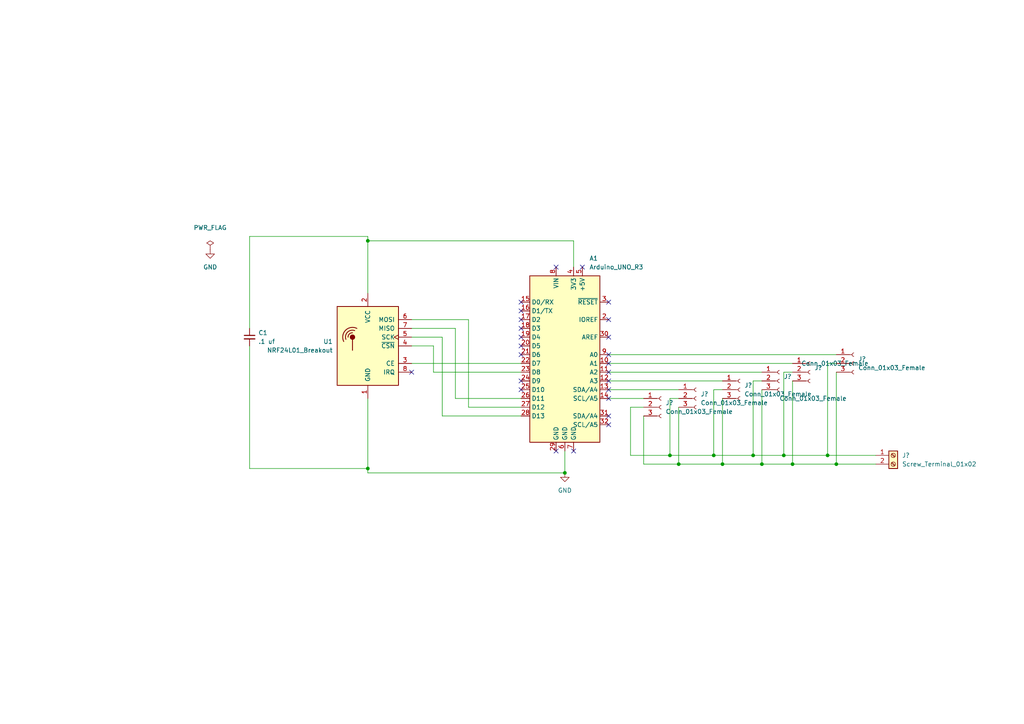
<source format=kicad_sch>
(kicad_sch (version 20211123) (generator eeschema)
  (paper "A4")
  (lib_symbols
    (symbol "Connector:Conn_01x03_Female" (pin_names (offset 1.016) hide)
      (property "Reference" "J" (at 0 5.08 0))
      (property "Value" "Conn_01x03_Female" (at 0 -5.08 0))
      (symbol "Conn_01x03_Female_1_1"
        (arc (start 0 -2.032) (mid -0.508 -2.54) (end 0 -3.048) (stroke (width 0.1524)))
        (polyline (pts (xy -1.27 -2.54) (xy -0.508 -2.54)) (stroke (width 0.1524)))
        (polyline (pts (xy -1.27 0) (xy -0.508 0)) (stroke (width 0.1524)))
        (polyline (pts (xy -1.27 2.54) (xy -0.508 2.54)) (stroke (width 0.1524)))
        (arc (start 0 0.508) (mid -0.508 0) (end 0 -0.508) (stroke (width 0.1524)))
        (arc (start 0 3.048) (mid -0.508 2.54) (end 0 2.032) (stroke (width 0.1524)))
        (pin passive line (at -5.08 2.54 0) (length 3.81) (name "Pin_1") (number "1"))
        (pin passive line (at -5.08 0 0) (length 3.81) (name "Pin_2") (number "2"))
        (pin passive line (at -5.08 -2.54 0) (length 3.81) (name "Pin_3") (number "3"))
      )
    )
    (symbol "Connector:Screw_Terminal_01x02" (pin_names (offset 1.016) hide)
      (property "Reference" "J" (at 0 2.54 0))
      (property "Value" "Screw_Terminal_01x02" (at 0 -5.08 0))
      (symbol "Screw_Terminal_01x02_1_1"
        (rectangle (start -1.27 1.27) (end 1.27 -3.81) (stroke (width 0.254)) (fill (type background)))
        (circle (center 0 -2.54) (radius 0.635) (stroke (width 0.1524)))
        (polyline (pts (xy -0.5334 -2.2098) (xy 0.3302 -3.048)) (stroke (width 0.1524)))
        (polyline (pts (xy -0.5334 0.3302) (xy 0.3302 -0.508)) (stroke (width 0.1524)))
        (polyline (pts (xy -0.3556 -2.032) (xy 0.508 -2.8702)) (stroke (width 0.1524)))
        (polyline (pts (xy -0.3556 0.508) (xy 0.508 -0.3302)) (stroke (width 0.1524)))
        (circle (center 0 0) (radius 0.635) (stroke (width 0.1524)))
        (pin passive line (at -5.08 0 0) (length 3.81) (name "Pin_1") (number "1"))
        (pin passive line (at -5.08 -2.54 0) (length 3.81) (name "Pin_2") (number "2"))
      )
    )
    (symbol "Device:C_Small" (pin_numbers hide) (pin_names (offset 0.254) hide)
      (property "Reference" "C" (at 0.254 1.778 0))
      (property "Value" "C_Small" (at 0.254 -2.032 0))
      (symbol "C_Small_0_1"
        (polyline (pts (xy -1.524 -0.508) (xy 1.524 -0.508)) (stroke (width 0.3302)))
        (polyline (pts (xy -1.524 0.508) (xy 1.524 0.508)) (stroke (width 0.3048)))
      )
      (symbol "C_Small_1_1"
        (pin passive line (at 0 2.54 270) (length 2.032) (name "~") (number "1"))
        (pin passive line (at 0 -2.54 90) (length 2.032) (name "~") (number "2"))
      )
    )
    (symbol "MCU_Module:Arduino_UNO_R3"
      (property "Reference" "A" (at -10.16 23.495 0))
      (property "Value" "Arduino_UNO_R3" (at 5.08 -26.67 0))
      (symbol "Arduino_UNO_R3_0_1"
        (rectangle (start -10.16 22.86) (end 10.16 -25.4) (stroke (width 0.254)) (fill (type background)))
      )
      (symbol "Arduino_UNO_R3_1_1"
        (pin no_connect line (at -10.16 -20.32 0) (length 2.54) hide (name "NC") (number "1"))
        (pin bidirectional line (at 12.7 -2.54 180) (length 2.54) (name "A1") (number "10"))
        (pin bidirectional line (at 12.7 -5.08 180) (length 2.54) (name "A2") (number "11"))
        (pin bidirectional line (at 12.7 -7.62 180) (length 2.54) (name "A3") (number "12"))
        (pin bidirectional line (at 12.7 -10.16 180) (length 2.54) (name "SDA/A4") (number "13"))
        (pin bidirectional line (at 12.7 -12.7 180) (length 2.54) (name "SCL/A5") (number "14"))
        (pin bidirectional line (at -12.7 15.24 0) (length 2.54) (name "D0/RX") (number "15"))
        (pin bidirectional line (at -12.7 12.7 0) (length 2.54) (name "D1/TX") (number "16"))
        (pin bidirectional line (at -12.7 10.16 0) (length 2.54) (name "D2") (number "17"))
        (pin bidirectional line (at -12.7 7.62 0) (length 2.54) (name "D3") (number "18"))
        (pin bidirectional line (at -12.7 5.08 0) (length 2.54) (name "D4") (number "19"))
        (pin output line (at 12.7 10.16 180) (length 2.54) (name "IOREF") (number "2"))
        (pin bidirectional line (at -12.7 2.54 0) (length 2.54) (name "D5") (number "20"))
        (pin bidirectional line (at -12.7 0 0) (length 2.54) (name "D6") (number "21"))
        (pin bidirectional line (at -12.7 -2.54 0) (length 2.54) (name "D7") (number "22"))
        (pin bidirectional line (at -12.7 -5.08 0) (length 2.54) (name "D8") (number "23"))
        (pin bidirectional line (at -12.7 -7.62 0) (length 2.54) (name "D9") (number "24"))
        (pin bidirectional line (at -12.7 -10.16 0) (length 2.54) (name "D10") (number "25"))
        (pin bidirectional line (at -12.7 -12.7 0) (length 2.54) (name "D11") (number "26"))
        (pin bidirectional line (at -12.7 -15.24 0) (length 2.54) (name "D12") (number "27"))
        (pin bidirectional line (at -12.7 -17.78 0) (length 2.54) (name "D13") (number "28"))
        (pin power_in line (at -2.54 -27.94 90) (length 2.54) (name "GND") (number "29"))
        (pin input line (at 12.7 15.24 180) (length 2.54) (name "~{RESET}") (number "3"))
        (pin input line (at 12.7 5.08 180) (length 2.54) (name "AREF") (number "30"))
        (pin bidirectional line (at 12.7 -17.78 180) (length 2.54) (name "SDA/A4") (number "31"))
        (pin bidirectional line (at 12.7 -20.32 180) (length 2.54) (name "SCL/A5") (number "32"))
        (pin power_out line (at 2.54 25.4 270) (length 2.54) (name "3V3") (number "4"))
        (pin power_out line (at 5.08 25.4 270) (length 2.54) (name "+5V") (number "5"))
        (pin power_in line (at 0 -27.94 90) (length 2.54) (name "GND") (number "6"))
        (pin power_in line (at 2.54 -27.94 90) (length 2.54) (name "GND") (number "7"))
        (pin power_in line (at -2.54 25.4 270) (length 2.54) (name "VIN") (number "8"))
        (pin bidirectional line (at 12.7 0 180) (length 2.54) (name "A0") (number "9"))
      )
    )
    (symbol "RF:NRF24L01_Breakout" (pin_names (offset 1.016))
      (property "Reference" "U" (at -8.89 12.7 0))
      (property "Value" "NRF24L01_Breakout" (at 3.81 12.7 0))
      (symbol "NRF24L01_Breakout_0_1"
        (rectangle (start -8.89 11.43) (end 8.89 -11.43) (stroke (width 0.254)) (fill (type background)))
        (polyline (pts (xy 4.445 1.905) (xy 4.445 -1.27)) (stroke (width 0.254)))
        (circle (center 4.445 2.54) (radius 0.635) (stroke (width 0.254)) (fill (type outline)))
        (arc (start 5.715 2.54) (mid 5.3521 3.4546) (end 4.445 3.81) (stroke (width 0.254)))
        (arc (start 6.35 1.905) (mid 5.8763 3.9854) (end 3.81 4.445) (stroke (width 0.254)))
        (arc (start 6.985 1.27) (mid 6.453 4.548) (end 3.175 5.08) (stroke (width 0.254)))
      )
      (symbol "NRF24L01_Breakout_1_1"
        (pin power_in line (at 0 -15.24 90) (length 3.81) (name "GND") (number "1"))
        (pin power_in line (at 0 15.24 270) (length 3.81) (name "VCC") (number "2"))
        (pin input line (at -12.7 -5.08 0) (length 3.81) (name "CE") (number "3"))
        (pin input line (at -12.7 0 0) (length 3.81) (name "~{CSN}") (number "4"))
        (pin input clock (at -12.7 2.54 0) (length 3.81) (name "SCK") (number "5"))
        (pin input line (at -12.7 7.62 0) (length 3.81) (name "MOSI") (number "6"))
        (pin output line (at -12.7 5.08 0) (length 3.81) (name "MISO") (number "7"))
        (pin output line (at -12.7 -7.62 0) (length 3.81) (name "IRQ") (number "8"))
      )
    )
    (symbol "power:GND" (power) (pin_names (offset 0))
      (property "Value" "GND" (at 0 -3.81 0))
      (symbol "GND_0_1"
        (polyline (pts (xy 0 0) (xy 0 -1.27) (xy 1.27 -1.27) (xy 0 -2.54) (xy -1.27 -1.27) (xy 0 -1.27)))
      )
      (symbol "GND_1_1"
        (pin power_in line (at 0 0 270) (length 0) hide (name "GND") (number "1"))
      )
    )
    (symbol "power:PWR_FLAG" (power) (pin_numbers hide) (pin_names (offset 0) hide)
      (property "Value" "PWR_FLAG" (at 0 3.81 0))
      (symbol "PWR_FLAG_0_0"
        (pin power_out line (at 0 0 90) (length 0) (name "pwr") (number "1"))
      )
      (symbol "PWR_FLAG_0_1"
        (polyline (pts (xy 0 0) (xy 0 1.27) (xy -1.016 1.905) (xy 0 2.54) (xy 1.016 1.905) (xy 0 1.27)))
      )
    )
  )
  (junction (at 227.33 132.08))
  (junction (at 163.83 137.16))
  (junction (at 242.57 134.62))
  (junction (at 209.55 134.62))
  (junction (at 240.03 132.08))
  (junction (at 106.68 69.85))
  (junction (at 106.68 135.89))
  (junction (at 207.01 132.08))
  (junction (at 218.44 132.08))
  (junction (at 220.98 134.62))
  (junction (at 194.31 132.08))
  (junction (at 229.87 134.62))
  (junction (at 196.85 134.62))
  (no_connect (at 176.53 110.49))
  (no_connect (at 151.13 87.63))
  (no_connect (at 166.37 130.81))
  (no_connect (at 151.13 113.03))
  (no_connect (at 176.53 92.71))
  (no_connect (at 176.53 87.63))
  (no_connect (at 151.13 102.87))
  (no_connect (at 151.13 92.71))
  (no_connect (at 151.13 97.79))
  (no_connect (at 168.91 77.47))
  (no_connect (at 176.53 123.19))
  (no_connect (at 176.53 105.41))
  (no_connect (at 119.38 107.95))
  (no_connect (at 176.53 107.95))
  (no_connect (at 161.29 77.47))
  (no_connect (at 161.29 130.81))
  (no_connect (at 176.53 102.87))
  (no_connect (at 151.13 110.49))
  (no_connect (at 176.53 120.65))
  (no_connect (at 151.13 95.25))
  (no_connect (at 176.53 115.57))
  (no_connect (at 151.13 90.17))
  (no_connect (at 151.13 100.33))
  (no_connect (at 176.53 97.79))
  (no_connect (at 176.53 113.03))
  (wire (pts (xy 229.87 107.95) (xy 227.33 107.95)))
  (wire (pts (xy 72.39 68.58) (xy 106.68 68.58)))
  (wire (pts (xy 194.31 132.08) (xy 207.01 132.08)))
  (wire (pts (xy 182.88 132.08) (xy 182.88 118.11)))
  (wire (pts (xy 176.53 110.49) (xy 209.55 110.49)))
  (wire (pts (xy 176.53 115.57) (xy 186.69 115.57)))
  (wire (pts (xy 106.68 137.16) (xy 163.83 137.16)))
  (wire (pts (xy 119.38 92.71) (xy 135.89 92.71)))
  (wire (pts (xy 176.53 107.95) (xy 220.98 107.95)))
  (wire (pts (xy 227.33 132.08) (xy 240.03 132.08)))
  (wire (pts (xy 229.87 134.62) (xy 242.57 134.62)))
  (wire (pts (xy 135.89 118.11) (xy 151.13 118.11)))
  (wire (pts (xy 176.53 105.41) (xy 229.87 105.41)))
  (wire (pts (xy 196.85 115.57) (xy 194.31 115.57)))
  (wire (pts (xy 218.44 132.08) (xy 227.33 132.08)))
  (wire (pts (xy 220.98 134.62) (xy 229.87 134.62)))
  (wire (pts (xy 166.37 69.85) (xy 106.68 69.85)))
  (wire (pts (xy 209.55 113.03) (xy 207.01 113.03)))
  (wire (pts (xy 132.08 95.25) (xy 132.08 115.57)))
  (wire (pts (xy 119.38 95.25) (xy 132.08 95.25)))
  (wire (pts (xy 186.69 120.65) (xy 186.69 134.62)))
  (wire (pts (xy 229.87 110.49) (xy 229.87 134.62)))
  (wire (pts (xy 119.38 105.41) (xy 151.13 105.41)))
  (wire (pts (xy 106.68 69.85) (xy 106.68 85.09)))
  (wire (pts (xy 119.38 100.33) (xy 125.73 100.33)))
  (wire (pts (xy 242.57 134.62) (xy 254 134.62)))
  (wire (pts (xy 176.53 102.87) (xy 242.57 102.87)))
  (wire (pts (xy 207.01 132.08) (xy 218.44 132.08)))
  (wire (pts (xy 182.88 132.08) (xy 194.31 132.08)))
  (wire (pts (xy 128.27 97.79) (xy 128.27 120.65)))
  (wire (pts (xy 242.57 105.41) (xy 240.03 105.41)))
  (wire (pts (xy 128.27 120.65) (xy 151.13 120.65)))
  (wire (pts (xy 220.98 110.49) (xy 218.44 110.49)))
  (wire (pts (xy 242.57 107.95) (xy 242.57 134.62)))
  (wire (pts (xy 135.89 92.71) (xy 135.89 118.11)))
  (wire (pts (xy 125.73 107.95) (xy 151.13 107.95)))
  (wire (pts (xy 125.73 100.33) (xy 125.73 107.95)))
  (wire (pts (xy 240.03 105.41) (xy 240.03 132.08)))
  (wire (pts (xy 196.85 118.11) (xy 196.85 134.62)))
  (wire (pts (xy 209.55 134.62) (xy 220.98 134.62)))
  (wire (pts (xy 119.38 97.79) (xy 128.27 97.79)))
  (wire (pts (xy 227.33 107.95) (xy 227.33 132.08)))
  (wire (pts (xy 72.39 100.33) (xy 72.39 135.89)))
  (wire (pts (xy 194.31 115.57) (xy 194.31 132.08)))
  (wire (pts (xy 106.68 135.89) (xy 106.68 137.16)))
  (wire (pts (xy 196.85 134.62) (xy 209.55 134.62)))
  (wire (pts (xy 132.08 115.57) (xy 151.13 115.57)))
  (wire (pts (xy 220.98 113.03) (xy 220.98 134.62)))
  (wire (pts (xy 254 132.08) (xy 240.03 132.08)))
  (wire (pts (xy 72.39 135.89) (xy 106.68 135.89)))
  (wire (pts (xy 209.55 115.57) (xy 209.55 134.62)))
  (wire (pts (xy 176.53 113.03) (xy 196.85 113.03)))
  (wire (pts (xy 106.68 68.58) (xy 106.68 69.85)))
  (wire (pts (xy 218.44 110.49) (xy 218.44 132.08)))
  (wire (pts (xy 163.83 137.16) (xy 163.83 130.81)))
  (wire (pts (xy 166.37 77.47) (xy 166.37 69.85)))
  (wire (pts (xy 207.01 113.03) (xy 207.01 132.08)))
  (wire (pts (xy 72.39 95.25) (xy 72.39 68.58)))
  (wire (pts (xy 106.68 115.57) (xy 106.68 135.89)))
  (wire (pts (xy 186.69 134.62) (xy 196.85 134.62)))
  (wire (pts (xy 182.88 118.11) (xy 186.69 118.11)))
  (symbol (lib_id "Connector:Conn_01x03_Female") (at 226.06 110.49 0) (unit 1)
    (property "Reference" "J?" (at 227.33 109.2199 0) (effects (justify left)))
    (property "Value" "Conn_01x03_Female" (at 226.06 115.57 0) (effects (justify left)))
  )
  (symbol (lib_id "Connector:Conn_01x03_Female") (at 214.63 113.03 0) (unit 1)
    (property "Reference" "J?" (at 215.9 111.7599 0) (effects (justify left)))
    (property "Value" "Conn_01x03_Female" (at 215.9 114.2999 0) (effects (justify left)))
  )
  (symbol (lib_id "Device:C_Small") (at 72.39 97.79 0) (unit 1)
    (property "Reference" "C1" (at 74.93 96.5262 0) (effects (justify left)))
    (property "Value" ".1 uf" (at 74.93 99.0662 0) (effects (justify left)))
    (property "Footprint" "Capacitor_THT:CP_Radial_Tantal_D8.0mm_P5.00mm" (effects hide))
  )
  (symbol (lib_id "Connector:Conn_01x03_Female") (at 201.93 115.57 0) (unit 1)
    (property "Reference" "J?" (at 203.2 114.2999 0) (effects (justify left)))
    (property "Value" "Conn_01x03_Female" (at 203.2 116.8399 0) (effects (justify left)))
  )
  (symbol (lib_id "RF:NRF24L01_Breakout") (at 106.68 100.33 0) (mirror y) (unit 1)
    (property "Reference" "U1" (at 96.52 99.0599 0) (effects (justify left)))
    (property "Value" "NRF24L01_Breakout" (at 96.52 101.5999 0) (effects (justify left)))
    (property "Footprint" "RF_Module:nRF24L01_Breakout" (effects hide))
    (property "Datasheet" "http://www.nordicsemi.com/eng/content/download/2730/34105/file/nRF24L01_Product_Specification_v2_0.pdf" (effects hide))
  )
  (symbol (lib_id "power:GND") (at 163.83 137.16 0) (unit 1)
    (property "Reference" "#PWR02" (effects hide))
    (property "Value" "GND" (at 163.83 142.24 0))
  )
  (symbol (lib_id "power:PWR_FLAG") (at 60.96 72.39 0) (unit 1)
    (property "Reference" "#FLG01" (effects hide))
    (property "Value" "PWR_FLAG" (at 60.96 66.04 0))
  )
  (symbol (lib_id "MCU_Module:Arduino_UNO_R3") (at 163.83 102.87 0) (unit 1)
    (property "Reference" "A1" (at 170.9294 74.93 0) (effects (justify left)))
    (property "Value" "Arduino_UNO_R3" (at 170.9294 77.47 0) (effects (justify left)))
    (property "Footprint" "Module:Arduino_UNO_R3" (effects hide))
    (property "Datasheet" "https://www.arduino.cc/en/Main/arduinoBoardUno" (effects hide))
  )
  (symbol (lib_id "power:GND") (at 60.96 72.39 0) (unit 1)
    (property "Reference" "#PWR01" (effects hide))
    (property "Value" "GND" (at 60.96 77.47 0))
  )
  (symbol (lib_id "Connector:Conn_01x03_Female") (at 234.95 107.95 0) (unit 1)
    (property "Reference" "J?" (at 236.22 106.6799 0) (effects (justify left)))
    (property "Value" "Conn_01x03_Female" (at 232.41 105.41 0) (effects (justify left)))
  )
  (symbol (lib_id "Connector:Conn_01x03_Female") (at 247.65 105.41 0) (unit 1)
    (property "Reference" "J?" (at 248.92 104.1399 0) (effects (justify left)))
    (property "Value" "Conn_01x03_Female" (at 248.92 106.6799 0) (effects (justify left)))
  )
  (symbol (lib_id "Connector:Conn_01x03_Female") (at 191.77 118.11 0) (unit 1)
    (property "Reference" "J?" (at 193.04 116.8399 0) (effects (justify left)))
    (property "Value" "Conn_01x03_Female" (at 193.04 119.3799 0) (effects (justify left)))
  )
  (symbol (lib_id "Connector:Screw_Terminal_01x02") (at 259.08 132.08 0) (unit 1)
    (property "Reference" "J?" (at 261.62 132.0799 0) (effects (justify left)))
    (property "Value" "Screw_Terminal_01x02" (at 261.62 134.6199 0) (effects (justify left)))
  )
)
</source>
